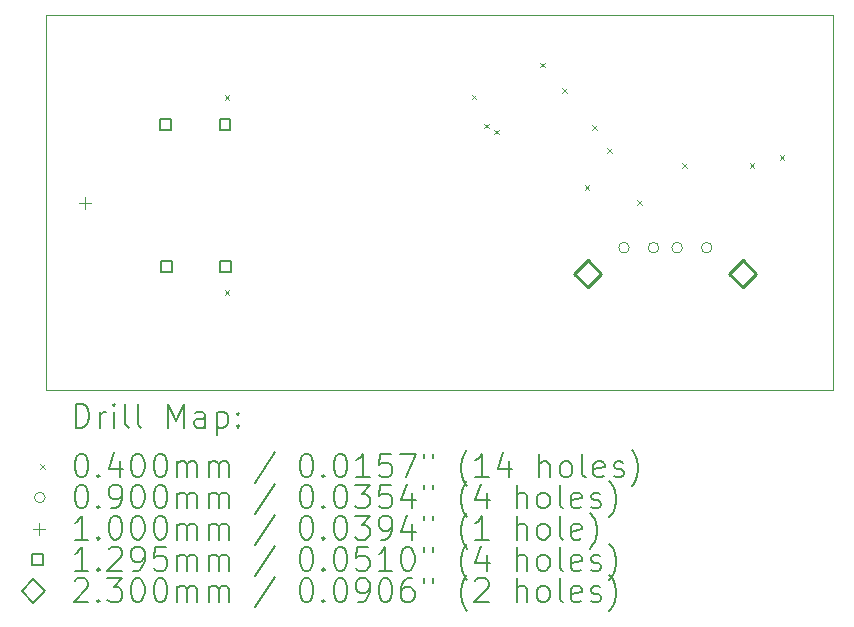
<source format=gbr>
%TF.GenerationSoftware,KiCad,Pcbnew,7.0.10*%
%TF.CreationDate,2024-02-21T14:32:48-05:00*%
%TF.ProjectId,main_buck_board,6d61696e-5f62-4756-936b-5f626f617264,rev?*%
%TF.SameCoordinates,Original*%
%TF.FileFunction,Drillmap*%
%TF.FilePolarity,Positive*%
%FSLAX45Y45*%
G04 Gerber Fmt 4.5, Leading zero omitted, Abs format (unit mm)*
G04 Created by KiCad (PCBNEW 7.0.10) date 2024-02-21 14:32:48*
%MOMM*%
%LPD*%
G01*
G04 APERTURE LIST*
%ADD10C,0.100000*%
%ADD11C,0.200000*%
%ADD12C,0.129540*%
%ADD13C,0.230000*%
G04 APERTURE END LIST*
D10*
X14339250Y-9398000D02*
X21006750Y-9398000D01*
X21006750Y-12573000D01*
X14339250Y-12573000D01*
X14339250Y-9398000D01*
D11*
D10*
X15855000Y-10076500D02*
X15895000Y-10116500D01*
X15895000Y-10076500D02*
X15855000Y-10116500D01*
X15855000Y-11727500D02*
X15895000Y-11767500D01*
X15895000Y-11727500D02*
X15855000Y-11767500D01*
X17944775Y-10070775D02*
X17984775Y-10110775D01*
X17984775Y-10070775D02*
X17944775Y-10110775D01*
X18053485Y-10315485D02*
X18093485Y-10355485D01*
X18093485Y-10315485D02*
X18053485Y-10355485D01*
X18136580Y-10367439D02*
X18176580Y-10407439D01*
X18176580Y-10367439D02*
X18136580Y-10407439D01*
X18525691Y-9798893D02*
X18565691Y-9838893D01*
X18565691Y-9798893D02*
X18525691Y-9838893D01*
X18712500Y-10013000D02*
X18752500Y-10053000D01*
X18752500Y-10013000D02*
X18712500Y-10053000D01*
X18903000Y-10838500D02*
X18943000Y-10878500D01*
X18943000Y-10838500D02*
X18903000Y-10878500D01*
X18966500Y-10330500D02*
X19006500Y-10370500D01*
X19006500Y-10330500D02*
X18966500Y-10370500D01*
X19093500Y-10521000D02*
X19133500Y-10561000D01*
X19133500Y-10521000D02*
X19093500Y-10561000D01*
X19347500Y-10965500D02*
X19387500Y-11005500D01*
X19387500Y-10965500D02*
X19347500Y-11005500D01*
X19728500Y-10648000D02*
X19768500Y-10688000D01*
X19768500Y-10648000D02*
X19728500Y-10688000D01*
X20300000Y-10648000D02*
X20340000Y-10688000D01*
X20340000Y-10648000D02*
X20300000Y-10688000D01*
X20554000Y-10584500D02*
X20594000Y-10624500D01*
X20594000Y-10584500D02*
X20554000Y-10624500D01*
X19280000Y-11366500D02*
G75*
G03*
X19190000Y-11366500I-45000J0D01*
G01*
X19190000Y-11366500D02*
G75*
G03*
X19280000Y-11366500I45000J0D01*
G01*
X19530000Y-11366500D02*
G75*
G03*
X19440000Y-11366500I-45000J0D01*
G01*
X19440000Y-11366500D02*
G75*
G03*
X19530000Y-11366500I45000J0D01*
G01*
X19730000Y-11366500D02*
G75*
G03*
X19640000Y-11366500I-45000J0D01*
G01*
X19640000Y-11366500D02*
G75*
G03*
X19730000Y-11366500I45000J0D01*
G01*
X19980000Y-11366500D02*
G75*
G03*
X19890000Y-11366500I-45000J0D01*
G01*
X19890000Y-11366500D02*
G75*
G03*
X19980000Y-11366500I45000J0D01*
G01*
X14668500Y-10935500D02*
X14668500Y-11035500D01*
X14618500Y-10985500D02*
X14718500Y-10985500D01*
D12*
X15402300Y-10372800D02*
X15402300Y-10281200D01*
X15310700Y-10281200D01*
X15310700Y-10372800D01*
X15402300Y-10372800D01*
X15407300Y-11570800D02*
X15407300Y-11479200D01*
X15315700Y-11479200D01*
X15315700Y-11570800D01*
X15407300Y-11570800D01*
X15902300Y-10372800D02*
X15902300Y-10281200D01*
X15810700Y-10281200D01*
X15810700Y-10372800D01*
X15902300Y-10372800D01*
X15907300Y-11570800D02*
X15907300Y-11479200D01*
X15815700Y-11479200D01*
X15815700Y-11570800D01*
X15907300Y-11570800D01*
D13*
X18928000Y-11701500D02*
X19043000Y-11586500D01*
X18928000Y-11471500D01*
X18813000Y-11586500D01*
X18928000Y-11701500D01*
X20242000Y-11701500D02*
X20357000Y-11586500D01*
X20242000Y-11471500D01*
X20127000Y-11586500D01*
X20242000Y-11701500D01*
D11*
X14595027Y-12889484D02*
X14595027Y-12689484D01*
X14595027Y-12689484D02*
X14642646Y-12689484D01*
X14642646Y-12689484D02*
X14671217Y-12699008D01*
X14671217Y-12699008D02*
X14690265Y-12718055D01*
X14690265Y-12718055D02*
X14699789Y-12737103D01*
X14699789Y-12737103D02*
X14709312Y-12775198D01*
X14709312Y-12775198D02*
X14709312Y-12803769D01*
X14709312Y-12803769D02*
X14699789Y-12841865D01*
X14699789Y-12841865D02*
X14690265Y-12860912D01*
X14690265Y-12860912D02*
X14671217Y-12879960D01*
X14671217Y-12879960D02*
X14642646Y-12889484D01*
X14642646Y-12889484D02*
X14595027Y-12889484D01*
X14795027Y-12889484D02*
X14795027Y-12756150D01*
X14795027Y-12794246D02*
X14804551Y-12775198D01*
X14804551Y-12775198D02*
X14814074Y-12765674D01*
X14814074Y-12765674D02*
X14833122Y-12756150D01*
X14833122Y-12756150D02*
X14852170Y-12756150D01*
X14918836Y-12889484D02*
X14918836Y-12756150D01*
X14918836Y-12689484D02*
X14909312Y-12699008D01*
X14909312Y-12699008D02*
X14918836Y-12708531D01*
X14918836Y-12708531D02*
X14928360Y-12699008D01*
X14928360Y-12699008D02*
X14918836Y-12689484D01*
X14918836Y-12689484D02*
X14918836Y-12708531D01*
X15042646Y-12889484D02*
X15023598Y-12879960D01*
X15023598Y-12879960D02*
X15014074Y-12860912D01*
X15014074Y-12860912D02*
X15014074Y-12689484D01*
X15147408Y-12889484D02*
X15128360Y-12879960D01*
X15128360Y-12879960D02*
X15118836Y-12860912D01*
X15118836Y-12860912D02*
X15118836Y-12689484D01*
X15375979Y-12889484D02*
X15375979Y-12689484D01*
X15375979Y-12689484D02*
X15442646Y-12832341D01*
X15442646Y-12832341D02*
X15509312Y-12689484D01*
X15509312Y-12689484D02*
X15509312Y-12889484D01*
X15690265Y-12889484D02*
X15690265Y-12784722D01*
X15690265Y-12784722D02*
X15680741Y-12765674D01*
X15680741Y-12765674D02*
X15661693Y-12756150D01*
X15661693Y-12756150D02*
X15623598Y-12756150D01*
X15623598Y-12756150D02*
X15604551Y-12765674D01*
X15690265Y-12879960D02*
X15671217Y-12889484D01*
X15671217Y-12889484D02*
X15623598Y-12889484D01*
X15623598Y-12889484D02*
X15604551Y-12879960D01*
X15604551Y-12879960D02*
X15595027Y-12860912D01*
X15595027Y-12860912D02*
X15595027Y-12841865D01*
X15595027Y-12841865D02*
X15604551Y-12822817D01*
X15604551Y-12822817D02*
X15623598Y-12813293D01*
X15623598Y-12813293D02*
X15671217Y-12813293D01*
X15671217Y-12813293D02*
X15690265Y-12803769D01*
X15785503Y-12756150D02*
X15785503Y-12956150D01*
X15785503Y-12765674D02*
X15804551Y-12756150D01*
X15804551Y-12756150D02*
X15842646Y-12756150D01*
X15842646Y-12756150D02*
X15861693Y-12765674D01*
X15861693Y-12765674D02*
X15871217Y-12775198D01*
X15871217Y-12775198D02*
X15880741Y-12794246D01*
X15880741Y-12794246D02*
X15880741Y-12851388D01*
X15880741Y-12851388D02*
X15871217Y-12870436D01*
X15871217Y-12870436D02*
X15861693Y-12879960D01*
X15861693Y-12879960D02*
X15842646Y-12889484D01*
X15842646Y-12889484D02*
X15804551Y-12889484D01*
X15804551Y-12889484D02*
X15785503Y-12879960D01*
X15966455Y-12870436D02*
X15975979Y-12879960D01*
X15975979Y-12879960D02*
X15966455Y-12889484D01*
X15966455Y-12889484D02*
X15956932Y-12879960D01*
X15956932Y-12879960D02*
X15966455Y-12870436D01*
X15966455Y-12870436D02*
X15966455Y-12889484D01*
X15966455Y-12765674D02*
X15975979Y-12775198D01*
X15975979Y-12775198D02*
X15966455Y-12784722D01*
X15966455Y-12784722D02*
X15956932Y-12775198D01*
X15956932Y-12775198D02*
X15966455Y-12765674D01*
X15966455Y-12765674D02*
X15966455Y-12784722D01*
D10*
X14294250Y-13198000D02*
X14334250Y-13238000D01*
X14334250Y-13198000D02*
X14294250Y-13238000D01*
D11*
X14633122Y-13109484D02*
X14652170Y-13109484D01*
X14652170Y-13109484D02*
X14671217Y-13119008D01*
X14671217Y-13119008D02*
X14680741Y-13128531D01*
X14680741Y-13128531D02*
X14690265Y-13147579D01*
X14690265Y-13147579D02*
X14699789Y-13185674D01*
X14699789Y-13185674D02*
X14699789Y-13233293D01*
X14699789Y-13233293D02*
X14690265Y-13271388D01*
X14690265Y-13271388D02*
X14680741Y-13290436D01*
X14680741Y-13290436D02*
X14671217Y-13299960D01*
X14671217Y-13299960D02*
X14652170Y-13309484D01*
X14652170Y-13309484D02*
X14633122Y-13309484D01*
X14633122Y-13309484D02*
X14614074Y-13299960D01*
X14614074Y-13299960D02*
X14604551Y-13290436D01*
X14604551Y-13290436D02*
X14595027Y-13271388D01*
X14595027Y-13271388D02*
X14585503Y-13233293D01*
X14585503Y-13233293D02*
X14585503Y-13185674D01*
X14585503Y-13185674D02*
X14595027Y-13147579D01*
X14595027Y-13147579D02*
X14604551Y-13128531D01*
X14604551Y-13128531D02*
X14614074Y-13119008D01*
X14614074Y-13119008D02*
X14633122Y-13109484D01*
X14785503Y-13290436D02*
X14795027Y-13299960D01*
X14795027Y-13299960D02*
X14785503Y-13309484D01*
X14785503Y-13309484D02*
X14775979Y-13299960D01*
X14775979Y-13299960D02*
X14785503Y-13290436D01*
X14785503Y-13290436D02*
X14785503Y-13309484D01*
X14966455Y-13176150D02*
X14966455Y-13309484D01*
X14918836Y-13099960D02*
X14871217Y-13242817D01*
X14871217Y-13242817D02*
X14995027Y-13242817D01*
X15109312Y-13109484D02*
X15128360Y-13109484D01*
X15128360Y-13109484D02*
X15147408Y-13119008D01*
X15147408Y-13119008D02*
X15156932Y-13128531D01*
X15156932Y-13128531D02*
X15166455Y-13147579D01*
X15166455Y-13147579D02*
X15175979Y-13185674D01*
X15175979Y-13185674D02*
X15175979Y-13233293D01*
X15175979Y-13233293D02*
X15166455Y-13271388D01*
X15166455Y-13271388D02*
X15156932Y-13290436D01*
X15156932Y-13290436D02*
X15147408Y-13299960D01*
X15147408Y-13299960D02*
X15128360Y-13309484D01*
X15128360Y-13309484D02*
X15109312Y-13309484D01*
X15109312Y-13309484D02*
X15090265Y-13299960D01*
X15090265Y-13299960D02*
X15080741Y-13290436D01*
X15080741Y-13290436D02*
X15071217Y-13271388D01*
X15071217Y-13271388D02*
X15061693Y-13233293D01*
X15061693Y-13233293D02*
X15061693Y-13185674D01*
X15061693Y-13185674D02*
X15071217Y-13147579D01*
X15071217Y-13147579D02*
X15080741Y-13128531D01*
X15080741Y-13128531D02*
X15090265Y-13119008D01*
X15090265Y-13119008D02*
X15109312Y-13109484D01*
X15299789Y-13109484D02*
X15318836Y-13109484D01*
X15318836Y-13109484D02*
X15337884Y-13119008D01*
X15337884Y-13119008D02*
X15347408Y-13128531D01*
X15347408Y-13128531D02*
X15356932Y-13147579D01*
X15356932Y-13147579D02*
X15366455Y-13185674D01*
X15366455Y-13185674D02*
X15366455Y-13233293D01*
X15366455Y-13233293D02*
X15356932Y-13271388D01*
X15356932Y-13271388D02*
X15347408Y-13290436D01*
X15347408Y-13290436D02*
X15337884Y-13299960D01*
X15337884Y-13299960D02*
X15318836Y-13309484D01*
X15318836Y-13309484D02*
X15299789Y-13309484D01*
X15299789Y-13309484D02*
X15280741Y-13299960D01*
X15280741Y-13299960D02*
X15271217Y-13290436D01*
X15271217Y-13290436D02*
X15261693Y-13271388D01*
X15261693Y-13271388D02*
X15252170Y-13233293D01*
X15252170Y-13233293D02*
X15252170Y-13185674D01*
X15252170Y-13185674D02*
X15261693Y-13147579D01*
X15261693Y-13147579D02*
X15271217Y-13128531D01*
X15271217Y-13128531D02*
X15280741Y-13119008D01*
X15280741Y-13119008D02*
X15299789Y-13109484D01*
X15452170Y-13309484D02*
X15452170Y-13176150D01*
X15452170Y-13195198D02*
X15461693Y-13185674D01*
X15461693Y-13185674D02*
X15480741Y-13176150D01*
X15480741Y-13176150D02*
X15509313Y-13176150D01*
X15509313Y-13176150D02*
X15528360Y-13185674D01*
X15528360Y-13185674D02*
X15537884Y-13204722D01*
X15537884Y-13204722D02*
X15537884Y-13309484D01*
X15537884Y-13204722D02*
X15547408Y-13185674D01*
X15547408Y-13185674D02*
X15566455Y-13176150D01*
X15566455Y-13176150D02*
X15595027Y-13176150D01*
X15595027Y-13176150D02*
X15614074Y-13185674D01*
X15614074Y-13185674D02*
X15623598Y-13204722D01*
X15623598Y-13204722D02*
X15623598Y-13309484D01*
X15718836Y-13309484D02*
X15718836Y-13176150D01*
X15718836Y-13195198D02*
X15728360Y-13185674D01*
X15728360Y-13185674D02*
X15747408Y-13176150D01*
X15747408Y-13176150D02*
X15775979Y-13176150D01*
X15775979Y-13176150D02*
X15795027Y-13185674D01*
X15795027Y-13185674D02*
X15804551Y-13204722D01*
X15804551Y-13204722D02*
X15804551Y-13309484D01*
X15804551Y-13204722D02*
X15814074Y-13185674D01*
X15814074Y-13185674D02*
X15833122Y-13176150D01*
X15833122Y-13176150D02*
X15861693Y-13176150D01*
X15861693Y-13176150D02*
X15880741Y-13185674D01*
X15880741Y-13185674D02*
X15890265Y-13204722D01*
X15890265Y-13204722D02*
X15890265Y-13309484D01*
X16280741Y-13099960D02*
X16109313Y-13357103D01*
X16537884Y-13109484D02*
X16556932Y-13109484D01*
X16556932Y-13109484D02*
X16575979Y-13119008D01*
X16575979Y-13119008D02*
X16585503Y-13128531D01*
X16585503Y-13128531D02*
X16595027Y-13147579D01*
X16595027Y-13147579D02*
X16604551Y-13185674D01*
X16604551Y-13185674D02*
X16604551Y-13233293D01*
X16604551Y-13233293D02*
X16595027Y-13271388D01*
X16595027Y-13271388D02*
X16585503Y-13290436D01*
X16585503Y-13290436D02*
X16575979Y-13299960D01*
X16575979Y-13299960D02*
X16556932Y-13309484D01*
X16556932Y-13309484D02*
X16537884Y-13309484D01*
X16537884Y-13309484D02*
X16518836Y-13299960D01*
X16518836Y-13299960D02*
X16509313Y-13290436D01*
X16509313Y-13290436D02*
X16499789Y-13271388D01*
X16499789Y-13271388D02*
X16490265Y-13233293D01*
X16490265Y-13233293D02*
X16490265Y-13185674D01*
X16490265Y-13185674D02*
X16499789Y-13147579D01*
X16499789Y-13147579D02*
X16509313Y-13128531D01*
X16509313Y-13128531D02*
X16518836Y-13119008D01*
X16518836Y-13119008D02*
X16537884Y-13109484D01*
X16690265Y-13290436D02*
X16699789Y-13299960D01*
X16699789Y-13299960D02*
X16690265Y-13309484D01*
X16690265Y-13309484D02*
X16680741Y-13299960D01*
X16680741Y-13299960D02*
X16690265Y-13290436D01*
X16690265Y-13290436D02*
X16690265Y-13309484D01*
X16823598Y-13109484D02*
X16842646Y-13109484D01*
X16842646Y-13109484D02*
X16861694Y-13119008D01*
X16861694Y-13119008D02*
X16871218Y-13128531D01*
X16871218Y-13128531D02*
X16880741Y-13147579D01*
X16880741Y-13147579D02*
X16890265Y-13185674D01*
X16890265Y-13185674D02*
X16890265Y-13233293D01*
X16890265Y-13233293D02*
X16880741Y-13271388D01*
X16880741Y-13271388D02*
X16871218Y-13290436D01*
X16871218Y-13290436D02*
X16861694Y-13299960D01*
X16861694Y-13299960D02*
X16842646Y-13309484D01*
X16842646Y-13309484D02*
X16823598Y-13309484D01*
X16823598Y-13309484D02*
X16804551Y-13299960D01*
X16804551Y-13299960D02*
X16795027Y-13290436D01*
X16795027Y-13290436D02*
X16785503Y-13271388D01*
X16785503Y-13271388D02*
X16775979Y-13233293D01*
X16775979Y-13233293D02*
X16775979Y-13185674D01*
X16775979Y-13185674D02*
X16785503Y-13147579D01*
X16785503Y-13147579D02*
X16795027Y-13128531D01*
X16795027Y-13128531D02*
X16804551Y-13119008D01*
X16804551Y-13119008D02*
X16823598Y-13109484D01*
X17080741Y-13309484D02*
X16966456Y-13309484D01*
X17023598Y-13309484D02*
X17023598Y-13109484D01*
X17023598Y-13109484D02*
X17004551Y-13138055D01*
X17004551Y-13138055D02*
X16985503Y-13157103D01*
X16985503Y-13157103D02*
X16966456Y-13166627D01*
X17261694Y-13109484D02*
X17166456Y-13109484D01*
X17166456Y-13109484D02*
X17156932Y-13204722D01*
X17156932Y-13204722D02*
X17166456Y-13195198D01*
X17166456Y-13195198D02*
X17185503Y-13185674D01*
X17185503Y-13185674D02*
X17233122Y-13185674D01*
X17233122Y-13185674D02*
X17252170Y-13195198D01*
X17252170Y-13195198D02*
X17261694Y-13204722D01*
X17261694Y-13204722D02*
X17271218Y-13223769D01*
X17271218Y-13223769D02*
X17271218Y-13271388D01*
X17271218Y-13271388D02*
X17261694Y-13290436D01*
X17261694Y-13290436D02*
X17252170Y-13299960D01*
X17252170Y-13299960D02*
X17233122Y-13309484D01*
X17233122Y-13309484D02*
X17185503Y-13309484D01*
X17185503Y-13309484D02*
X17166456Y-13299960D01*
X17166456Y-13299960D02*
X17156932Y-13290436D01*
X17337884Y-13109484D02*
X17471218Y-13109484D01*
X17471218Y-13109484D02*
X17385503Y-13309484D01*
X17537884Y-13109484D02*
X17537884Y-13147579D01*
X17614075Y-13109484D02*
X17614075Y-13147579D01*
X17909313Y-13385674D02*
X17899789Y-13376150D01*
X17899789Y-13376150D02*
X17880741Y-13347579D01*
X17880741Y-13347579D02*
X17871218Y-13328531D01*
X17871218Y-13328531D02*
X17861694Y-13299960D01*
X17861694Y-13299960D02*
X17852170Y-13252341D01*
X17852170Y-13252341D02*
X17852170Y-13214246D01*
X17852170Y-13214246D02*
X17861694Y-13166627D01*
X17861694Y-13166627D02*
X17871218Y-13138055D01*
X17871218Y-13138055D02*
X17880741Y-13119008D01*
X17880741Y-13119008D02*
X17899789Y-13090436D01*
X17899789Y-13090436D02*
X17909313Y-13080912D01*
X18090265Y-13309484D02*
X17975980Y-13309484D01*
X18033122Y-13309484D02*
X18033122Y-13109484D01*
X18033122Y-13109484D02*
X18014075Y-13138055D01*
X18014075Y-13138055D02*
X17995027Y-13157103D01*
X17995027Y-13157103D02*
X17975980Y-13166627D01*
X18261694Y-13176150D02*
X18261694Y-13309484D01*
X18214075Y-13099960D02*
X18166456Y-13242817D01*
X18166456Y-13242817D02*
X18290265Y-13242817D01*
X18518837Y-13309484D02*
X18518837Y-13109484D01*
X18604551Y-13309484D02*
X18604551Y-13204722D01*
X18604551Y-13204722D02*
X18595027Y-13185674D01*
X18595027Y-13185674D02*
X18575980Y-13176150D01*
X18575980Y-13176150D02*
X18547408Y-13176150D01*
X18547408Y-13176150D02*
X18528361Y-13185674D01*
X18528361Y-13185674D02*
X18518837Y-13195198D01*
X18728361Y-13309484D02*
X18709313Y-13299960D01*
X18709313Y-13299960D02*
X18699789Y-13290436D01*
X18699789Y-13290436D02*
X18690265Y-13271388D01*
X18690265Y-13271388D02*
X18690265Y-13214246D01*
X18690265Y-13214246D02*
X18699789Y-13195198D01*
X18699789Y-13195198D02*
X18709313Y-13185674D01*
X18709313Y-13185674D02*
X18728361Y-13176150D01*
X18728361Y-13176150D02*
X18756932Y-13176150D01*
X18756932Y-13176150D02*
X18775980Y-13185674D01*
X18775980Y-13185674D02*
X18785503Y-13195198D01*
X18785503Y-13195198D02*
X18795027Y-13214246D01*
X18795027Y-13214246D02*
X18795027Y-13271388D01*
X18795027Y-13271388D02*
X18785503Y-13290436D01*
X18785503Y-13290436D02*
X18775980Y-13299960D01*
X18775980Y-13299960D02*
X18756932Y-13309484D01*
X18756932Y-13309484D02*
X18728361Y-13309484D01*
X18909313Y-13309484D02*
X18890265Y-13299960D01*
X18890265Y-13299960D02*
X18880742Y-13280912D01*
X18880742Y-13280912D02*
X18880742Y-13109484D01*
X19061694Y-13299960D02*
X19042646Y-13309484D01*
X19042646Y-13309484D02*
X19004551Y-13309484D01*
X19004551Y-13309484D02*
X18985503Y-13299960D01*
X18985503Y-13299960D02*
X18975980Y-13280912D01*
X18975980Y-13280912D02*
X18975980Y-13204722D01*
X18975980Y-13204722D02*
X18985503Y-13185674D01*
X18985503Y-13185674D02*
X19004551Y-13176150D01*
X19004551Y-13176150D02*
X19042646Y-13176150D01*
X19042646Y-13176150D02*
X19061694Y-13185674D01*
X19061694Y-13185674D02*
X19071218Y-13204722D01*
X19071218Y-13204722D02*
X19071218Y-13223769D01*
X19071218Y-13223769D02*
X18975980Y-13242817D01*
X19147408Y-13299960D02*
X19166456Y-13309484D01*
X19166456Y-13309484D02*
X19204551Y-13309484D01*
X19204551Y-13309484D02*
X19223599Y-13299960D01*
X19223599Y-13299960D02*
X19233123Y-13280912D01*
X19233123Y-13280912D02*
X19233123Y-13271388D01*
X19233123Y-13271388D02*
X19223599Y-13252341D01*
X19223599Y-13252341D02*
X19204551Y-13242817D01*
X19204551Y-13242817D02*
X19175980Y-13242817D01*
X19175980Y-13242817D02*
X19156932Y-13233293D01*
X19156932Y-13233293D02*
X19147408Y-13214246D01*
X19147408Y-13214246D02*
X19147408Y-13204722D01*
X19147408Y-13204722D02*
X19156932Y-13185674D01*
X19156932Y-13185674D02*
X19175980Y-13176150D01*
X19175980Y-13176150D02*
X19204551Y-13176150D01*
X19204551Y-13176150D02*
X19223599Y-13185674D01*
X19299789Y-13385674D02*
X19309313Y-13376150D01*
X19309313Y-13376150D02*
X19328361Y-13347579D01*
X19328361Y-13347579D02*
X19337884Y-13328531D01*
X19337884Y-13328531D02*
X19347408Y-13299960D01*
X19347408Y-13299960D02*
X19356932Y-13252341D01*
X19356932Y-13252341D02*
X19356932Y-13214246D01*
X19356932Y-13214246D02*
X19347408Y-13166627D01*
X19347408Y-13166627D02*
X19337884Y-13138055D01*
X19337884Y-13138055D02*
X19328361Y-13119008D01*
X19328361Y-13119008D02*
X19309313Y-13090436D01*
X19309313Y-13090436D02*
X19299789Y-13080912D01*
D10*
X14334250Y-13482000D02*
G75*
G03*
X14244250Y-13482000I-45000J0D01*
G01*
X14244250Y-13482000D02*
G75*
G03*
X14334250Y-13482000I45000J0D01*
G01*
D11*
X14633122Y-13373484D02*
X14652170Y-13373484D01*
X14652170Y-13373484D02*
X14671217Y-13383008D01*
X14671217Y-13383008D02*
X14680741Y-13392531D01*
X14680741Y-13392531D02*
X14690265Y-13411579D01*
X14690265Y-13411579D02*
X14699789Y-13449674D01*
X14699789Y-13449674D02*
X14699789Y-13497293D01*
X14699789Y-13497293D02*
X14690265Y-13535388D01*
X14690265Y-13535388D02*
X14680741Y-13554436D01*
X14680741Y-13554436D02*
X14671217Y-13563960D01*
X14671217Y-13563960D02*
X14652170Y-13573484D01*
X14652170Y-13573484D02*
X14633122Y-13573484D01*
X14633122Y-13573484D02*
X14614074Y-13563960D01*
X14614074Y-13563960D02*
X14604551Y-13554436D01*
X14604551Y-13554436D02*
X14595027Y-13535388D01*
X14595027Y-13535388D02*
X14585503Y-13497293D01*
X14585503Y-13497293D02*
X14585503Y-13449674D01*
X14585503Y-13449674D02*
X14595027Y-13411579D01*
X14595027Y-13411579D02*
X14604551Y-13392531D01*
X14604551Y-13392531D02*
X14614074Y-13383008D01*
X14614074Y-13383008D02*
X14633122Y-13373484D01*
X14785503Y-13554436D02*
X14795027Y-13563960D01*
X14795027Y-13563960D02*
X14785503Y-13573484D01*
X14785503Y-13573484D02*
X14775979Y-13563960D01*
X14775979Y-13563960D02*
X14785503Y-13554436D01*
X14785503Y-13554436D02*
X14785503Y-13573484D01*
X14890265Y-13573484D02*
X14928360Y-13573484D01*
X14928360Y-13573484D02*
X14947408Y-13563960D01*
X14947408Y-13563960D02*
X14956932Y-13554436D01*
X14956932Y-13554436D02*
X14975979Y-13525865D01*
X14975979Y-13525865D02*
X14985503Y-13487769D01*
X14985503Y-13487769D02*
X14985503Y-13411579D01*
X14985503Y-13411579D02*
X14975979Y-13392531D01*
X14975979Y-13392531D02*
X14966455Y-13383008D01*
X14966455Y-13383008D02*
X14947408Y-13373484D01*
X14947408Y-13373484D02*
X14909312Y-13373484D01*
X14909312Y-13373484D02*
X14890265Y-13383008D01*
X14890265Y-13383008D02*
X14880741Y-13392531D01*
X14880741Y-13392531D02*
X14871217Y-13411579D01*
X14871217Y-13411579D02*
X14871217Y-13459198D01*
X14871217Y-13459198D02*
X14880741Y-13478246D01*
X14880741Y-13478246D02*
X14890265Y-13487769D01*
X14890265Y-13487769D02*
X14909312Y-13497293D01*
X14909312Y-13497293D02*
X14947408Y-13497293D01*
X14947408Y-13497293D02*
X14966455Y-13487769D01*
X14966455Y-13487769D02*
X14975979Y-13478246D01*
X14975979Y-13478246D02*
X14985503Y-13459198D01*
X15109312Y-13373484D02*
X15128360Y-13373484D01*
X15128360Y-13373484D02*
X15147408Y-13383008D01*
X15147408Y-13383008D02*
X15156932Y-13392531D01*
X15156932Y-13392531D02*
X15166455Y-13411579D01*
X15166455Y-13411579D02*
X15175979Y-13449674D01*
X15175979Y-13449674D02*
X15175979Y-13497293D01*
X15175979Y-13497293D02*
X15166455Y-13535388D01*
X15166455Y-13535388D02*
X15156932Y-13554436D01*
X15156932Y-13554436D02*
X15147408Y-13563960D01*
X15147408Y-13563960D02*
X15128360Y-13573484D01*
X15128360Y-13573484D02*
X15109312Y-13573484D01*
X15109312Y-13573484D02*
X15090265Y-13563960D01*
X15090265Y-13563960D02*
X15080741Y-13554436D01*
X15080741Y-13554436D02*
X15071217Y-13535388D01*
X15071217Y-13535388D02*
X15061693Y-13497293D01*
X15061693Y-13497293D02*
X15061693Y-13449674D01*
X15061693Y-13449674D02*
X15071217Y-13411579D01*
X15071217Y-13411579D02*
X15080741Y-13392531D01*
X15080741Y-13392531D02*
X15090265Y-13383008D01*
X15090265Y-13383008D02*
X15109312Y-13373484D01*
X15299789Y-13373484D02*
X15318836Y-13373484D01*
X15318836Y-13373484D02*
X15337884Y-13383008D01*
X15337884Y-13383008D02*
X15347408Y-13392531D01*
X15347408Y-13392531D02*
X15356932Y-13411579D01*
X15356932Y-13411579D02*
X15366455Y-13449674D01*
X15366455Y-13449674D02*
X15366455Y-13497293D01*
X15366455Y-13497293D02*
X15356932Y-13535388D01*
X15356932Y-13535388D02*
X15347408Y-13554436D01*
X15347408Y-13554436D02*
X15337884Y-13563960D01*
X15337884Y-13563960D02*
X15318836Y-13573484D01*
X15318836Y-13573484D02*
X15299789Y-13573484D01*
X15299789Y-13573484D02*
X15280741Y-13563960D01*
X15280741Y-13563960D02*
X15271217Y-13554436D01*
X15271217Y-13554436D02*
X15261693Y-13535388D01*
X15261693Y-13535388D02*
X15252170Y-13497293D01*
X15252170Y-13497293D02*
X15252170Y-13449674D01*
X15252170Y-13449674D02*
X15261693Y-13411579D01*
X15261693Y-13411579D02*
X15271217Y-13392531D01*
X15271217Y-13392531D02*
X15280741Y-13383008D01*
X15280741Y-13383008D02*
X15299789Y-13373484D01*
X15452170Y-13573484D02*
X15452170Y-13440150D01*
X15452170Y-13459198D02*
X15461693Y-13449674D01*
X15461693Y-13449674D02*
X15480741Y-13440150D01*
X15480741Y-13440150D02*
X15509313Y-13440150D01*
X15509313Y-13440150D02*
X15528360Y-13449674D01*
X15528360Y-13449674D02*
X15537884Y-13468722D01*
X15537884Y-13468722D02*
X15537884Y-13573484D01*
X15537884Y-13468722D02*
X15547408Y-13449674D01*
X15547408Y-13449674D02*
X15566455Y-13440150D01*
X15566455Y-13440150D02*
X15595027Y-13440150D01*
X15595027Y-13440150D02*
X15614074Y-13449674D01*
X15614074Y-13449674D02*
X15623598Y-13468722D01*
X15623598Y-13468722D02*
X15623598Y-13573484D01*
X15718836Y-13573484D02*
X15718836Y-13440150D01*
X15718836Y-13459198D02*
X15728360Y-13449674D01*
X15728360Y-13449674D02*
X15747408Y-13440150D01*
X15747408Y-13440150D02*
X15775979Y-13440150D01*
X15775979Y-13440150D02*
X15795027Y-13449674D01*
X15795027Y-13449674D02*
X15804551Y-13468722D01*
X15804551Y-13468722D02*
X15804551Y-13573484D01*
X15804551Y-13468722D02*
X15814074Y-13449674D01*
X15814074Y-13449674D02*
X15833122Y-13440150D01*
X15833122Y-13440150D02*
X15861693Y-13440150D01*
X15861693Y-13440150D02*
X15880741Y-13449674D01*
X15880741Y-13449674D02*
X15890265Y-13468722D01*
X15890265Y-13468722D02*
X15890265Y-13573484D01*
X16280741Y-13363960D02*
X16109313Y-13621103D01*
X16537884Y-13373484D02*
X16556932Y-13373484D01*
X16556932Y-13373484D02*
X16575979Y-13383008D01*
X16575979Y-13383008D02*
X16585503Y-13392531D01*
X16585503Y-13392531D02*
X16595027Y-13411579D01*
X16595027Y-13411579D02*
X16604551Y-13449674D01*
X16604551Y-13449674D02*
X16604551Y-13497293D01*
X16604551Y-13497293D02*
X16595027Y-13535388D01*
X16595027Y-13535388D02*
X16585503Y-13554436D01*
X16585503Y-13554436D02*
X16575979Y-13563960D01*
X16575979Y-13563960D02*
X16556932Y-13573484D01*
X16556932Y-13573484D02*
X16537884Y-13573484D01*
X16537884Y-13573484D02*
X16518836Y-13563960D01*
X16518836Y-13563960D02*
X16509313Y-13554436D01*
X16509313Y-13554436D02*
X16499789Y-13535388D01*
X16499789Y-13535388D02*
X16490265Y-13497293D01*
X16490265Y-13497293D02*
X16490265Y-13449674D01*
X16490265Y-13449674D02*
X16499789Y-13411579D01*
X16499789Y-13411579D02*
X16509313Y-13392531D01*
X16509313Y-13392531D02*
X16518836Y-13383008D01*
X16518836Y-13383008D02*
X16537884Y-13373484D01*
X16690265Y-13554436D02*
X16699789Y-13563960D01*
X16699789Y-13563960D02*
X16690265Y-13573484D01*
X16690265Y-13573484D02*
X16680741Y-13563960D01*
X16680741Y-13563960D02*
X16690265Y-13554436D01*
X16690265Y-13554436D02*
X16690265Y-13573484D01*
X16823598Y-13373484D02*
X16842646Y-13373484D01*
X16842646Y-13373484D02*
X16861694Y-13383008D01*
X16861694Y-13383008D02*
X16871218Y-13392531D01*
X16871218Y-13392531D02*
X16880741Y-13411579D01*
X16880741Y-13411579D02*
X16890265Y-13449674D01*
X16890265Y-13449674D02*
X16890265Y-13497293D01*
X16890265Y-13497293D02*
X16880741Y-13535388D01*
X16880741Y-13535388D02*
X16871218Y-13554436D01*
X16871218Y-13554436D02*
X16861694Y-13563960D01*
X16861694Y-13563960D02*
X16842646Y-13573484D01*
X16842646Y-13573484D02*
X16823598Y-13573484D01*
X16823598Y-13573484D02*
X16804551Y-13563960D01*
X16804551Y-13563960D02*
X16795027Y-13554436D01*
X16795027Y-13554436D02*
X16785503Y-13535388D01*
X16785503Y-13535388D02*
X16775979Y-13497293D01*
X16775979Y-13497293D02*
X16775979Y-13449674D01*
X16775979Y-13449674D02*
X16785503Y-13411579D01*
X16785503Y-13411579D02*
X16795027Y-13392531D01*
X16795027Y-13392531D02*
X16804551Y-13383008D01*
X16804551Y-13383008D02*
X16823598Y-13373484D01*
X16956932Y-13373484D02*
X17080741Y-13373484D01*
X17080741Y-13373484D02*
X17014075Y-13449674D01*
X17014075Y-13449674D02*
X17042646Y-13449674D01*
X17042646Y-13449674D02*
X17061694Y-13459198D01*
X17061694Y-13459198D02*
X17071218Y-13468722D01*
X17071218Y-13468722D02*
X17080741Y-13487769D01*
X17080741Y-13487769D02*
X17080741Y-13535388D01*
X17080741Y-13535388D02*
X17071218Y-13554436D01*
X17071218Y-13554436D02*
X17061694Y-13563960D01*
X17061694Y-13563960D02*
X17042646Y-13573484D01*
X17042646Y-13573484D02*
X16985503Y-13573484D01*
X16985503Y-13573484D02*
X16966456Y-13563960D01*
X16966456Y-13563960D02*
X16956932Y-13554436D01*
X17261694Y-13373484D02*
X17166456Y-13373484D01*
X17166456Y-13373484D02*
X17156932Y-13468722D01*
X17156932Y-13468722D02*
X17166456Y-13459198D01*
X17166456Y-13459198D02*
X17185503Y-13449674D01*
X17185503Y-13449674D02*
X17233122Y-13449674D01*
X17233122Y-13449674D02*
X17252170Y-13459198D01*
X17252170Y-13459198D02*
X17261694Y-13468722D01*
X17261694Y-13468722D02*
X17271218Y-13487769D01*
X17271218Y-13487769D02*
X17271218Y-13535388D01*
X17271218Y-13535388D02*
X17261694Y-13554436D01*
X17261694Y-13554436D02*
X17252170Y-13563960D01*
X17252170Y-13563960D02*
X17233122Y-13573484D01*
X17233122Y-13573484D02*
X17185503Y-13573484D01*
X17185503Y-13573484D02*
X17166456Y-13563960D01*
X17166456Y-13563960D02*
X17156932Y-13554436D01*
X17442646Y-13440150D02*
X17442646Y-13573484D01*
X17395027Y-13363960D02*
X17347408Y-13506817D01*
X17347408Y-13506817D02*
X17471218Y-13506817D01*
X17537884Y-13373484D02*
X17537884Y-13411579D01*
X17614075Y-13373484D02*
X17614075Y-13411579D01*
X17909313Y-13649674D02*
X17899789Y-13640150D01*
X17899789Y-13640150D02*
X17880741Y-13611579D01*
X17880741Y-13611579D02*
X17871218Y-13592531D01*
X17871218Y-13592531D02*
X17861694Y-13563960D01*
X17861694Y-13563960D02*
X17852170Y-13516341D01*
X17852170Y-13516341D02*
X17852170Y-13478246D01*
X17852170Y-13478246D02*
X17861694Y-13430627D01*
X17861694Y-13430627D02*
X17871218Y-13402055D01*
X17871218Y-13402055D02*
X17880741Y-13383008D01*
X17880741Y-13383008D02*
X17899789Y-13354436D01*
X17899789Y-13354436D02*
X17909313Y-13344912D01*
X18071218Y-13440150D02*
X18071218Y-13573484D01*
X18023599Y-13363960D02*
X17975980Y-13506817D01*
X17975980Y-13506817D02*
X18099789Y-13506817D01*
X18328361Y-13573484D02*
X18328361Y-13373484D01*
X18414075Y-13573484D02*
X18414075Y-13468722D01*
X18414075Y-13468722D02*
X18404551Y-13449674D01*
X18404551Y-13449674D02*
X18385503Y-13440150D01*
X18385503Y-13440150D02*
X18356932Y-13440150D01*
X18356932Y-13440150D02*
X18337884Y-13449674D01*
X18337884Y-13449674D02*
X18328361Y-13459198D01*
X18537884Y-13573484D02*
X18518837Y-13563960D01*
X18518837Y-13563960D02*
X18509313Y-13554436D01*
X18509313Y-13554436D02*
X18499789Y-13535388D01*
X18499789Y-13535388D02*
X18499789Y-13478246D01*
X18499789Y-13478246D02*
X18509313Y-13459198D01*
X18509313Y-13459198D02*
X18518837Y-13449674D01*
X18518837Y-13449674D02*
X18537884Y-13440150D01*
X18537884Y-13440150D02*
X18566456Y-13440150D01*
X18566456Y-13440150D02*
X18585503Y-13449674D01*
X18585503Y-13449674D02*
X18595027Y-13459198D01*
X18595027Y-13459198D02*
X18604551Y-13478246D01*
X18604551Y-13478246D02*
X18604551Y-13535388D01*
X18604551Y-13535388D02*
X18595027Y-13554436D01*
X18595027Y-13554436D02*
X18585503Y-13563960D01*
X18585503Y-13563960D02*
X18566456Y-13573484D01*
X18566456Y-13573484D02*
X18537884Y-13573484D01*
X18718837Y-13573484D02*
X18699789Y-13563960D01*
X18699789Y-13563960D02*
X18690265Y-13544912D01*
X18690265Y-13544912D02*
X18690265Y-13373484D01*
X18871218Y-13563960D02*
X18852170Y-13573484D01*
X18852170Y-13573484D02*
X18814075Y-13573484D01*
X18814075Y-13573484D02*
X18795027Y-13563960D01*
X18795027Y-13563960D02*
X18785503Y-13544912D01*
X18785503Y-13544912D02*
X18785503Y-13468722D01*
X18785503Y-13468722D02*
X18795027Y-13449674D01*
X18795027Y-13449674D02*
X18814075Y-13440150D01*
X18814075Y-13440150D02*
X18852170Y-13440150D01*
X18852170Y-13440150D02*
X18871218Y-13449674D01*
X18871218Y-13449674D02*
X18880742Y-13468722D01*
X18880742Y-13468722D02*
X18880742Y-13487769D01*
X18880742Y-13487769D02*
X18785503Y-13506817D01*
X18956932Y-13563960D02*
X18975980Y-13573484D01*
X18975980Y-13573484D02*
X19014075Y-13573484D01*
X19014075Y-13573484D02*
X19033123Y-13563960D01*
X19033123Y-13563960D02*
X19042646Y-13544912D01*
X19042646Y-13544912D02*
X19042646Y-13535388D01*
X19042646Y-13535388D02*
X19033123Y-13516341D01*
X19033123Y-13516341D02*
X19014075Y-13506817D01*
X19014075Y-13506817D02*
X18985503Y-13506817D01*
X18985503Y-13506817D02*
X18966456Y-13497293D01*
X18966456Y-13497293D02*
X18956932Y-13478246D01*
X18956932Y-13478246D02*
X18956932Y-13468722D01*
X18956932Y-13468722D02*
X18966456Y-13449674D01*
X18966456Y-13449674D02*
X18985503Y-13440150D01*
X18985503Y-13440150D02*
X19014075Y-13440150D01*
X19014075Y-13440150D02*
X19033123Y-13449674D01*
X19109313Y-13649674D02*
X19118837Y-13640150D01*
X19118837Y-13640150D02*
X19137884Y-13611579D01*
X19137884Y-13611579D02*
X19147408Y-13592531D01*
X19147408Y-13592531D02*
X19156932Y-13563960D01*
X19156932Y-13563960D02*
X19166456Y-13516341D01*
X19166456Y-13516341D02*
X19166456Y-13478246D01*
X19166456Y-13478246D02*
X19156932Y-13430627D01*
X19156932Y-13430627D02*
X19147408Y-13402055D01*
X19147408Y-13402055D02*
X19137884Y-13383008D01*
X19137884Y-13383008D02*
X19118837Y-13354436D01*
X19118837Y-13354436D02*
X19109313Y-13344912D01*
D10*
X14284250Y-13696000D02*
X14284250Y-13796000D01*
X14234250Y-13746000D02*
X14334250Y-13746000D01*
D11*
X14699789Y-13837484D02*
X14585503Y-13837484D01*
X14642646Y-13837484D02*
X14642646Y-13637484D01*
X14642646Y-13637484D02*
X14623598Y-13666055D01*
X14623598Y-13666055D02*
X14604551Y-13685103D01*
X14604551Y-13685103D02*
X14585503Y-13694627D01*
X14785503Y-13818436D02*
X14795027Y-13827960D01*
X14795027Y-13827960D02*
X14785503Y-13837484D01*
X14785503Y-13837484D02*
X14775979Y-13827960D01*
X14775979Y-13827960D02*
X14785503Y-13818436D01*
X14785503Y-13818436D02*
X14785503Y-13837484D01*
X14918836Y-13637484D02*
X14937884Y-13637484D01*
X14937884Y-13637484D02*
X14956932Y-13647008D01*
X14956932Y-13647008D02*
X14966455Y-13656531D01*
X14966455Y-13656531D02*
X14975979Y-13675579D01*
X14975979Y-13675579D02*
X14985503Y-13713674D01*
X14985503Y-13713674D02*
X14985503Y-13761293D01*
X14985503Y-13761293D02*
X14975979Y-13799388D01*
X14975979Y-13799388D02*
X14966455Y-13818436D01*
X14966455Y-13818436D02*
X14956932Y-13827960D01*
X14956932Y-13827960D02*
X14937884Y-13837484D01*
X14937884Y-13837484D02*
X14918836Y-13837484D01*
X14918836Y-13837484D02*
X14899789Y-13827960D01*
X14899789Y-13827960D02*
X14890265Y-13818436D01*
X14890265Y-13818436D02*
X14880741Y-13799388D01*
X14880741Y-13799388D02*
X14871217Y-13761293D01*
X14871217Y-13761293D02*
X14871217Y-13713674D01*
X14871217Y-13713674D02*
X14880741Y-13675579D01*
X14880741Y-13675579D02*
X14890265Y-13656531D01*
X14890265Y-13656531D02*
X14899789Y-13647008D01*
X14899789Y-13647008D02*
X14918836Y-13637484D01*
X15109312Y-13637484D02*
X15128360Y-13637484D01*
X15128360Y-13637484D02*
X15147408Y-13647008D01*
X15147408Y-13647008D02*
X15156932Y-13656531D01*
X15156932Y-13656531D02*
X15166455Y-13675579D01*
X15166455Y-13675579D02*
X15175979Y-13713674D01*
X15175979Y-13713674D02*
X15175979Y-13761293D01*
X15175979Y-13761293D02*
X15166455Y-13799388D01*
X15166455Y-13799388D02*
X15156932Y-13818436D01*
X15156932Y-13818436D02*
X15147408Y-13827960D01*
X15147408Y-13827960D02*
X15128360Y-13837484D01*
X15128360Y-13837484D02*
X15109312Y-13837484D01*
X15109312Y-13837484D02*
X15090265Y-13827960D01*
X15090265Y-13827960D02*
X15080741Y-13818436D01*
X15080741Y-13818436D02*
X15071217Y-13799388D01*
X15071217Y-13799388D02*
X15061693Y-13761293D01*
X15061693Y-13761293D02*
X15061693Y-13713674D01*
X15061693Y-13713674D02*
X15071217Y-13675579D01*
X15071217Y-13675579D02*
X15080741Y-13656531D01*
X15080741Y-13656531D02*
X15090265Y-13647008D01*
X15090265Y-13647008D02*
X15109312Y-13637484D01*
X15299789Y-13637484D02*
X15318836Y-13637484D01*
X15318836Y-13637484D02*
X15337884Y-13647008D01*
X15337884Y-13647008D02*
X15347408Y-13656531D01*
X15347408Y-13656531D02*
X15356932Y-13675579D01*
X15356932Y-13675579D02*
X15366455Y-13713674D01*
X15366455Y-13713674D02*
X15366455Y-13761293D01*
X15366455Y-13761293D02*
X15356932Y-13799388D01*
X15356932Y-13799388D02*
X15347408Y-13818436D01*
X15347408Y-13818436D02*
X15337884Y-13827960D01*
X15337884Y-13827960D02*
X15318836Y-13837484D01*
X15318836Y-13837484D02*
X15299789Y-13837484D01*
X15299789Y-13837484D02*
X15280741Y-13827960D01*
X15280741Y-13827960D02*
X15271217Y-13818436D01*
X15271217Y-13818436D02*
X15261693Y-13799388D01*
X15261693Y-13799388D02*
X15252170Y-13761293D01*
X15252170Y-13761293D02*
X15252170Y-13713674D01*
X15252170Y-13713674D02*
X15261693Y-13675579D01*
X15261693Y-13675579D02*
X15271217Y-13656531D01*
X15271217Y-13656531D02*
X15280741Y-13647008D01*
X15280741Y-13647008D02*
X15299789Y-13637484D01*
X15452170Y-13837484D02*
X15452170Y-13704150D01*
X15452170Y-13723198D02*
X15461693Y-13713674D01*
X15461693Y-13713674D02*
X15480741Y-13704150D01*
X15480741Y-13704150D02*
X15509313Y-13704150D01*
X15509313Y-13704150D02*
X15528360Y-13713674D01*
X15528360Y-13713674D02*
X15537884Y-13732722D01*
X15537884Y-13732722D02*
X15537884Y-13837484D01*
X15537884Y-13732722D02*
X15547408Y-13713674D01*
X15547408Y-13713674D02*
X15566455Y-13704150D01*
X15566455Y-13704150D02*
X15595027Y-13704150D01*
X15595027Y-13704150D02*
X15614074Y-13713674D01*
X15614074Y-13713674D02*
X15623598Y-13732722D01*
X15623598Y-13732722D02*
X15623598Y-13837484D01*
X15718836Y-13837484D02*
X15718836Y-13704150D01*
X15718836Y-13723198D02*
X15728360Y-13713674D01*
X15728360Y-13713674D02*
X15747408Y-13704150D01*
X15747408Y-13704150D02*
X15775979Y-13704150D01*
X15775979Y-13704150D02*
X15795027Y-13713674D01*
X15795027Y-13713674D02*
X15804551Y-13732722D01*
X15804551Y-13732722D02*
X15804551Y-13837484D01*
X15804551Y-13732722D02*
X15814074Y-13713674D01*
X15814074Y-13713674D02*
X15833122Y-13704150D01*
X15833122Y-13704150D02*
X15861693Y-13704150D01*
X15861693Y-13704150D02*
X15880741Y-13713674D01*
X15880741Y-13713674D02*
X15890265Y-13732722D01*
X15890265Y-13732722D02*
X15890265Y-13837484D01*
X16280741Y-13627960D02*
X16109313Y-13885103D01*
X16537884Y-13637484D02*
X16556932Y-13637484D01*
X16556932Y-13637484D02*
X16575979Y-13647008D01*
X16575979Y-13647008D02*
X16585503Y-13656531D01*
X16585503Y-13656531D02*
X16595027Y-13675579D01*
X16595027Y-13675579D02*
X16604551Y-13713674D01*
X16604551Y-13713674D02*
X16604551Y-13761293D01*
X16604551Y-13761293D02*
X16595027Y-13799388D01*
X16595027Y-13799388D02*
X16585503Y-13818436D01*
X16585503Y-13818436D02*
X16575979Y-13827960D01*
X16575979Y-13827960D02*
X16556932Y-13837484D01*
X16556932Y-13837484D02*
X16537884Y-13837484D01*
X16537884Y-13837484D02*
X16518836Y-13827960D01*
X16518836Y-13827960D02*
X16509313Y-13818436D01*
X16509313Y-13818436D02*
X16499789Y-13799388D01*
X16499789Y-13799388D02*
X16490265Y-13761293D01*
X16490265Y-13761293D02*
X16490265Y-13713674D01*
X16490265Y-13713674D02*
X16499789Y-13675579D01*
X16499789Y-13675579D02*
X16509313Y-13656531D01*
X16509313Y-13656531D02*
X16518836Y-13647008D01*
X16518836Y-13647008D02*
X16537884Y-13637484D01*
X16690265Y-13818436D02*
X16699789Y-13827960D01*
X16699789Y-13827960D02*
X16690265Y-13837484D01*
X16690265Y-13837484D02*
X16680741Y-13827960D01*
X16680741Y-13827960D02*
X16690265Y-13818436D01*
X16690265Y-13818436D02*
X16690265Y-13837484D01*
X16823598Y-13637484D02*
X16842646Y-13637484D01*
X16842646Y-13637484D02*
X16861694Y-13647008D01*
X16861694Y-13647008D02*
X16871218Y-13656531D01*
X16871218Y-13656531D02*
X16880741Y-13675579D01*
X16880741Y-13675579D02*
X16890265Y-13713674D01*
X16890265Y-13713674D02*
X16890265Y-13761293D01*
X16890265Y-13761293D02*
X16880741Y-13799388D01*
X16880741Y-13799388D02*
X16871218Y-13818436D01*
X16871218Y-13818436D02*
X16861694Y-13827960D01*
X16861694Y-13827960D02*
X16842646Y-13837484D01*
X16842646Y-13837484D02*
X16823598Y-13837484D01*
X16823598Y-13837484D02*
X16804551Y-13827960D01*
X16804551Y-13827960D02*
X16795027Y-13818436D01*
X16795027Y-13818436D02*
X16785503Y-13799388D01*
X16785503Y-13799388D02*
X16775979Y-13761293D01*
X16775979Y-13761293D02*
X16775979Y-13713674D01*
X16775979Y-13713674D02*
X16785503Y-13675579D01*
X16785503Y-13675579D02*
X16795027Y-13656531D01*
X16795027Y-13656531D02*
X16804551Y-13647008D01*
X16804551Y-13647008D02*
X16823598Y-13637484D01*
X16956932Y-13637484D02*
X17080741Y-13637484D01*
X17080741Y-13637484D02*
X17014075Y-13713674D01*
X17014075Y-13713674D02*
X17042646Y-13713674D01*
X17042646Y-13713674D02*
X17061694Y-13723198D01*
X17061694Y-13723198D02*
X17071218Y-13732722D01*
X17071218Y-13732722D02*
X17080741Y-13751769D01*
X17080741Y-13751769D02*
X17080741Y-13799388D01*
X17080741Y-13799388D02*
X17071218Y-13818436D01*
X17071218Y-13818436D02*
X17061694Y-13827960D01*
X17061694Y-13827960D02*
X17042646Y-13837484D01*
X17042646Y-13837484D02*
X16985503Y-13837484D01*
X16985503Y-13837484D02*
X16966456Y-13827960D01*
X16966456Y-13827960D02*
X16956932Y-13818436D01*
X17175979Y-13837484D02*
X17214075Y-13837484D01*
X17214075Y-13837484D02*
X17233122Y-13827960D01*
X17233122Y-13827960D02*
X17242646Y-13818436D01*
X17242646Y-13818436D02*
X17261694Y-13789865D01*
X17261694Y-13789865D02*
X17271218Y-13751769D01*
X17271218Y-13751769D02*
X17271218Y-13675579D01*
X17271218Y-13675579D02*
X17261694Y-13656531D01*
X17261694Y-13656531D02*
X17252170Y-13647008D01*
X17252170Y-13647008D02*
X17233122Y-13637484D01*
X17233122Y-13637484D02*
X17195027Y-13637484D01*
X17195027Y-13637484D02*
X17175979Y-13647008D01*
X17175979Y-13647008D02*
X17166456Y-13656531D01*
X17166456Y-13656531D02*
X17156932Y-13675579D01*
X17156932Y-13675579D02*
X17156932Y-13723198D01*
X17156932Y-13723198D02*
X17166456Y-13742246D01*
X17166456Y-13742246D02*
X17175979Y-13751769D01*
X17175979Y-13751769D02*
X17195027Y-13761293D01*
X17195027Y-13761293D02*
X17233122Y-13761293D01*
X17233122Y-13761293D02*
X17252170Y-13751769D01*
X17252170Y-13751769D02*
X17261694Y-13742246D01*
X17261694Y-13742246D02*
X17271218Y-13723198D01*
X17442646Y-13704150D02*
X17442646Y-13837484D01*
X17395027Y-13627960D02*
X17347408Y-13770817D01*
X17347408Y-13770817D02*
X17471218Y-13770817D01*
X17537884Y-13637484D02*
X17537884Y-13675579D01*
X17614075Y-13637484D02*
X17614075Y-13675579D01*
X17909313Y-13913674D02*
X17899789Y-13904150D01*
X17899789Y-13904150D02*
X17880741Y-13875579D01*
X17880741Y-13875579D02*
X17871218Y-13856531D01*
X17871218Y-13856531D02*
X17861694Y-13827960D01*
X17861694Y-13827960D02*
X17852170Y-13780341D01*
X17852170Y-13780341D02*
X17852170Y-13742246D01*
X17852170Y-13742246D02*
X17861694Y-13694627D01*
X17861694Y-13694627D02*
X17871218Y-13666055D01*
X17871218Y-13666055D02*
X17880741Y-13647008D01*
X17880741Y-13647008D02*
X17899789Y-13618436D01*
X17899789Y-13618436D02*
X17909313Y-13608912D01*
X18090265Y-13837484D02*
X17975980Y-13837484D01*
X18033122Y-13837484D02*
X18033122Y-13637484D01*
X18033122Y-13637484D02*
X18014075Y-13666055D01*
X18014075Y-13666055D02*
X17995027Y-13685103D01*
X17995027Y-13685103D02*
X17975980Y-13694627D01*
X18328361Y-13837484D02*
X18328361Y-13637484D01*
X18414075Y-13837484D02*
X18414075Y-13732722D01*
X18414075Y-13732722D02*
X18404551Y-13713674D01*
X18404551Y-13713674D02*
X18385503Y-13704150D01*
X18385503Y-13704150D02*
X18356932Y-13704150D01*
X18356932Y-13704150D02*
X18337884Y-13713674D01*
X18337884Y-13713674D02*
X18328361Y-13723198D01*
X18537884Y-13837484D02*
X18518837Y-13827960D01*
X18518837Y-13827960D02*
X18509313Y-13818436D01*
X18509313Y-13818436D02*
X18499789Y-13799388D01*
X18499789Y-13799388D02*
X18499789Y-13742246D01*
X18499789Y-13742246D02*
X18509313Y-13723198D01*
X18509313Y-13723198D02*
X18518837Y-13713674D01*
X18518837Y-13713674D02*
X18537884Y-13704150D01*
X18537884Y-13704150D02*
X18566456Y-13704150D01*
X18566456Y-13704150D02*
X18585503Y-13713674D01*
X18585503Y-13713674D02*
X18595027Y-13723198D01*
X18595027Y-13723198D02*
X18604551Y-13742246D01*
X18604551Y-13742246D02*
X18604551Y-13799388D01*
X18604551Y-13799388D02*
X18595027Y-13818436D01*
X18595027Y-13818436D02*
X18585503Y-13827960D01*
X18585503Y-13827960D02*
X18566456Y-13837484D01*
X18566456Y-13837484D02*
X18537884Y-13837484D01*
X18718837Y-13837484D02*
X18699789Y-13827960D01*
X18699789Y-13827960D02*
X18690265Y-13808912D01*
X18690265Y-13808912D02*
X18690265Y-13637484D01*
X18871218Y-13827960D02*
X18852170Y-13837484D01*
X18852170Y-13837484D02*
X18814075Y-13837484D01*
X18814075Y-13837484D02*
X18795027Y-13827960D01*
X18795027Y-13827960D02*
X18785503Y-13808912D01*
X18785503Y-13808912D02*
X18785503Y-13732722D01*
X18785503Y-13732722D02*
X18795027Y-13713674D01*
X18795027Y-13713674D02*
X18814075Y-13704150D01*
X18814075Y-13704150D02*
X18852170Y-13704150D01*
X18852170Y-13704150D02*
X18871218Y-13713674D01*
X18871218Y-13713674D02*
X18880742Y-13732722D01*
X18880742Y-13732722D02*
X18880742Y-13751769D01*
X18880742Y-13751769D02*
X18785503Y-13770817D01*
X18947408Y-13913674D02*
X18956932Y-13904150D01*
X18956932Y-13904150D02*
X18975980Y-13875579D01*
X18975980Y-13875579D02*
X18985503Y-13856531D01*
X18985503Y-13856531D02*
X18995027Y-13827960D01*
X18995027Y-13827960D02*
X19004551Y-13780341D01*
X19004551Y-13780341D02*
X19004551Y-13742246D01*
X19004551Y-13742246D02*
X18995027Y-13694627D01*
X18995027Y-13694627D02*
X18985503Y-13666055D01*
X18985503Y-13666055D02*
X18975980Y-13647008D01*
X18975980Y-13647008D02*
X18956932Y-13618436D01*
X18956932Y-13618436D02*
X18947408Y-13608912D01*
D12*
X14315280Y-14055800D02*
X14315280Y-13964200D01*
X14223680Y-13964200D01*
X14223680Y-14055800D01*
X14315280Y-14055800D01*
D11*
X14699789Y-14101484D02*
X14585503Y-14101484D01*
X14642646Y-14101484D02*
X14642646Y-13901484D01*
X14642646Y-13901484D02*
X14623598Y-13930055D01*
X14623598Y-13930055D02*
X14604551Y-13949103D01*
X14604551Y-13949103D02*
X14585503Y-13958627D01*
X14785503Y-14082436D02*
X14795027Y-14091960D01*
X14795027Y-14091960D02*
X14785503Y-14101484D01*
X14785503Y-14101484D02*
X14775979Y-14091960D01*
X14775979Y-14091960D02*
X14785503Y-14082436D01*
X14785503Y-14082436D02*
X14785503Y-14101484D01*
X14871217Y-13920531D02*
X14880741Y-13911008D01*
X14880741Y-13911008D02*
X14899789Y-13901484D01*
X14899789Y-13901484D02*
X14947408Y-13901484D01*
X14947408Y-13901484D02*
X14966455Y-13911008D01*
X14966455Y-13911008D02*
X14975979Y-13920531D01*
X14975979Y-13920531D02*
X14985503Y-13939579D01*
X14985503Y-13939579D02*
X14985503Y-13958627D01*
X14985503Y-13958627D02*
X14975979Y-13987198D01*
X14975979Y-13987198D02*
X14861693Y-14101484D01*
X14861693Y-14101484D02*
X14985503Y-14101484D01*
X15080741Y-14101484D02*
X15118836Y-14101484D01*
X15118836Y-14101484D02*
X15137884Y-14091960D01*
X15137884Y-14091960D02*
X15147408Y-14082436D01*
X15147408Y-14082436D02*
X15166455Y-14053865D01*
X15166455Y-14053865D02*
X15175979Y-14015769D01*
X15175979Y-14015769D02*
X15175979Y-13939579D01*
X15175979Y-13939579D02*
X15166455Y-13920531D01*
X15166455Y-13920531D02*
X15156932Y-13911008D01*
X15156932Y-13911008D02*
X15137884Y-13901484D01*
X15137884Y-13901484D02*
X15099789Y-13901484D01*
X15099789Y-13901484D02*
X15080741Y-13911008D01*
X15080741Y-13911008D02*
X15071217Y-13920531D01*
X15071217Y-13920531D02*
X15061693Y-13939579D01*
X15061693Y-13939579D02*
X15061693Y-13987198D01*
X15061693Y-13987198D02*
X15071217Y-14006246D01*
X15071217Y-14006246D02*
X15080741Y-14015769D01*
X15080741Y-14015769D02*
X15099789Y-14025293D01*
X15099789Y-14025293D02*
X15137884Y-14025293D01*
X15137884Y-14025293D02*
X15156932Y-14015769D01*
X15156932Y-14015769D02*
X15166455Y-14006246D01*
X15166455Y-14006246D02*
X15175979Y-13987198D01*
X15356932Y-13901484D02*
X15261693Y-13901484D01*
X15261693Y-13901484D02*
X15252170Y-13996722D01*
X15252170Y-13996722D02*
X15261693Y-13987198D01*
X15261693Y-13987198D02*
X15280741Y-13977674D01*
X15280741Y-13977674D02*
X15328360Y-13977674D01*
X15328360Y-13977674D02*
X15347408Y-13987198D01*
X15347408Y-13987198D02*
X15356932Y-13996722D01*
X15356932Y-13996722D02*
X15366455Y-14015769D01*
X15366455Y-14015769D02*
X15366455Y-14063388D01*
X15366455Y-14063388D02*
X15356932Y-14082436D01*
X15356932Y-14082436D02*
X15347408Y-14091960D01*
X15347408Y-14091960D02*
X15328360Y-14101484D01*
X15328360Y-14101484D02*
X15280741Y-14101484D01*
X15280741Y-14101484D02*
X15261693Y-14091960D01*
X15261693Y-14091960D02*
X15252170Y-14082436D01*
X15452170Y-14101484D02*
X15452170Y-13968150D01*
X15452170Y-13987198D02*
X15461693Y-13977674D01*
X15461693Y-13977674D02*
X15480741Y-13968150D01*
X15480741Y-13968150D02*
X15509313Y-13968150D01*
X15509313Y-13968150D02*
X15528360Y-13977674D01*
X15528360Y-13977674D02*
X15537884Y-13996722D01*
X15537884Y-13996722D02*
X15537884Y-14101484D01*
X15537884Y-13996722D02*
X15547408Y-13977674D01*
X15547408Y-13977674D02*
X15566455Y-13968150D01*
X15566455Y-13968150D02*
X15595027Y-13968150D01*
X15595027Y-13968150D02*
X15614074Y-13977674D01*
X15614074Y-13977674D02*
X15623598Y-13996722D01*
X15623598Y-13996722D02*
X15623598Y-14101484D01*
X15718836Y-14101484D02*
X15718836Y-13968150D01*
X15718836Y-13987198D02*
X15728360Y-13977674D01*
X15728360Y-13977674D02*
X15747408Y-13968150D01*
X15747408Y-13968150D02*
X15775979Y-13968150D01*
X15775979Y-13968150D02*
X15795027Y-13977674D01*
X15795027Y-13977674D02*
X15804551Y-13996722D01*
X15804551Y-13996722D02*
X15804551Y-14101484D01*
X15804551Y-13996722D02*
X15814074Y-13977674D01*
X15814074Y-13977674D02*
X15833122Y-13968150D01*
X15833122Y-13968150D02*
X15861693Y-13968150D01*
X15861693Y-13968150D02*
X15880741Y-13977674D01*
X15880741Y-13977674D02*
X15890265Y-13996722D01*
X15890265Y-13996722D02*
X15890265Y-14101484D01*
X16280741Y-13891960D02*
X16109313Y-14149103D01*
X16537884Y-13901484D02*
X16556932Y-13901484D01*
X16556932Y-13901484D02*
X16575979Y-13911008D01*
X16575979Y-13911008D02*
X16585503Y-13920531D01*
X16585503Y-13920531D02*
X16595027Y-13939579D01*
X16595027Y-13939579D02*
X16604551Y-13977674D01*
X16604551Y-13977674D02*
X16604551Y-14025293D01*
X16604551Y-14025293D02*
X16595027Y-14063388D01*
X16595027Y-14063388D02*
X16585503Y-14082436D01*
X16585503Y-14082436D02*
X16575979Y-14091960D01*
X16575979Y-14091960D02*
X16556932Y-14101484D01*
X16556932Y-14101484D02*
X16537884Y-14101484D01*
X16537884Y-14101484D02*
X16518836Y-14091960D01*
X16518836Y-14091960D02*
X16509313Y-14082436D01*
X16509313Y-14082436D02*
X16499789Y-14063388D01*
X16499789Y-14063388D02*
X16490265Y-14025293D01*
X16490265Y-14025293D02*
X16490265Y-13977674D01*
X16490265Y-13977674D02*
X16499789Y-13939579D01*
X16499789Y-13939579D02*
X16509313Y-13920531D01*
X16509313Y-13920531D02*
X16518836Y-13911008D01*
X16518836Y-13911008D02*
X16537884Y-13901484D01*
X16690265Y-14082436D02*
X16699789Y-14091960D01*
X16699789Y-14091960D02*
X16690265Y-14101484D01*
X16690265Y-14101484D02*
X16680741Y-14091960D01*
X16680741Y-14091960D02*
X16690265Y-14082436D01*
X16690265Y-14082436D02*
X16690265Y-14101484D01*
X16823598Y-13901484D02*
X16842646Y-13901484D01*
X16842646Y-13901484D02*
X16861694Y-13911008D01*
X16861694Y-13911008D02*
X16871218Y-13920531D01*
X16871218Y-13920531D02*
X16880741Y-13939579D01*
X16880741Y-13939579D02*
X16890265Y-13977674D01*
X16890265Y-13977674D02*
X16890265Y-14025293D01*
X16890265Y-14025293D02*
X16880741Y-14063388D01*
X16880741Y-14063388D02*
X16871218Y-14082436D01*
X16871218Y-14082436D02*
X16861694Y-14091960D01*
X16861694Y-14091960D02*
X16842646Y-14101484D01*
X16842646Y-14101484D02*
X16823598Y-14101484D01*
X16823598Y-14101484D02*
X16804551Y-14091960D01*
X16804551Y-14091960D02*
X16795027Y-14082436D01*
X16795027Y-14082436D02*
X16785503Y-14063388D01*
X16785503Y-14063388D02*
X16775979Y-14025293D01*
X16775979Y-14025293D02*
X16775979Y-13977674D01*
X16775979Y-13977674D02*
X16785503Y-13939579D01*
X16785503Y-13939579D02*
X16795027Y-13920531D01*
X16795027Y-13920531D02*
X16804551Y-13911008D01*
X16804551Y-13911008D02*
X16823598Y-13901484D01*
X17071218Y-13901484D02*
X16975979Y-13901484D01*
X16975979Y-13901484D02*
X16966456Y-13996722D01*
X16966456Y-13996722D02*
X16975979Y-13987198D01*
X16975979Y-13987198D02*
X16995027Y-13977674D01*
X16995027Y-13977674D02*
X17042646Y-13977674D01*
X17042646Y-13977674D02*
X17061694Y-13987198D01*
X17061694Y-13987198D02*
X17071218Y-13996722D01*
X17071218Y-13996722D02*
X17080741Y-14015769D01*
X17080741Y-14015769D02*
X17080741Y-14063388D01*
X17080741Y-14063388D02*
X17071218Y-14082436D01*
X17071218Y-14082436D02*
X17061694Y-14091960D01*
X17061694Y-14091960D02*
X17042646Y-14101484D01*
X17042646Y-14101484D02*
X16995027Y-14101484D01*
X16995027Y-14101484D02*
X16975979Y-14091960D01*
X16975979Y-14091960D02*
X16966456Y-14082436D01*
X17271218Y-14101484D02*
X17156932Y-14101484D01*
X17214075Y-14101484D02*
X17214075Y-13901484D01*
X17214075Y-13901484D02*
X17195027Y-13930055D01*
X17195027Y-13930055D02*
X17175979Y-13949103D01*
X17175979Y-13949103D02*
X17156932Y-13958627D01*
X17395027Y-13901484D02*
X17414075Y-13901484D01*
X17414075Y-13901484D02*
X17433122Y-13911008D01*
X17433122Y-13911008D02*
X17442646Y-13920531D01*
X17442646Y-13920531D02*
X17452170Y-13939579D01*
X17452170Y-13939579D02*
X17461694Y-13977674D01*
X17461694Y-13977674D02*
X17461694Y-14025293D01*
X17461694Y-14025293D02*
X17452170Y-14063388D01*
X17452170Y-14063388D02*
X17442646Y-14082436D01*
X17442646Y-14082436D02*
X17433122Y-14091960D01*
X17433122Y-14091960D02*
X17414075Y-14101484D01*
X17414075Y-14101484D02*
X17395027Y-14101484D01*
X17395027Y-14101484D02*
X17375979Y-14091960D01*
X17375979Y-14091960D02*
X17366456Y-14082436D01*
X17366456Y-14082436D02*
X17356932Y-14063388D01*
X17356932Y-14063388D02*
X17347408Y-14025293D01*
X17347408Y-14025293D02*
X17347408Y-13977674D01*
X17347408Y-13977674D02*
X17356932Y-13939579D01*
X17356932Y-13939579D02*
X17366456Y-13920531D01*
X17366456Y-13920531D02*
X17375979Y-13911008D01*
X17375979Y-13911008D02*
X17395027Y-13901484D01*
X17537884Y-13901484D02*
X17537884Y-13939579D01*
X17614075Y-13901484D02*
X17614075Y-13939579D01*
X17909313Y-14177674D02*
X17899789Y-14168150D01*
X17899789Y-14168150D02*
X17880741Y-14139579D01*
X17880741Y-14139579D02*
X17871218Y-14120531D01*
X17871218Y-14120531D02*
X17861694Y-14091960D01*
X17861694Y-14091960D02*
X17852170Y-14044341D01*
X17852170Y-14044341D02*
X17852170Y-14006246D01*
X17852170Y-14006246D02*
X17861694Y-13958627D01*
X17861694Y-13958627D02*
X17871218Y-13930055D01*
X17871218Y-13930055D02*
X17880741Y-13911008D01*
X17880741Y-13911008D02*
X17899789Y-13882436D01*
X17899789Y-13882436D02*
X17909313Y-13872912D01*
X18071218Y-13968150D02*
X18071218Y-14101484D01*
X18023599Y-13891960D02*
X17975980Y-14034817D01*
X17975980Y-14034817D02*
X18099789Y-14034817D01*
X18328361Y-14101484D02*
X18328361Y-13901484D01*
X18414075Y-14101484D02*
X18414075Y-13996722D01*
X18414075Y-13996722D02*
X18404551Y-13977674D01*
X18404551Y-13977674D02*
X18385503Y-13968150D01*
X18385503Y-13968150D02*
X18356932Y-13968150D01*
X18356932Y-13968150D02*
X18337884Y-13977674D01*
X18337884Y-13977674D02*
X18328361Y-13987198D01*
X18537884Y-14101484D02*
X18518837Y-14091960D01*
X18518837Y-14091960D02*
X18509313Y-14082436D01*
X18509313Y-14082436D02*
X18499789Y-14063388D01*
X18499789Y-14063388D02*
X18499789Y-14006246D01*
X18499789Y-14006246D02*
X18509313Y-13987198D01*
X18509313Y-13987198D02*
X18518837Y-13977674D01*
X18518837Y-13977674D02*
X18537884Y-13968150D01*
X18537884Y-13968150D02*
X18566456Y-13968150D01*
X18566456Y-13968150D02*
X18585503Y-13977674D01*
X18585503Y-13977674D02*
X18595027Y-13987198D01*
X18595027Y-13987198D02*
X18604551Y-14006246D01*
X18604551Y-14006246D02*
X18604551Y-14063388D01*
X18604551Y-14063388D02*
X18595027Y-14082436D01*
X18595027Y-14082436D02*
X18585503Y-14091960D01*
X18585503Y-14091960D02*
X18566456Y-14101484D01*
X18566456Y-14101484D02*
X18537884Y-14101484D01*
X18718837Y-14101484D02*
X18699789Y-14091960D01*
X18699789Y-14091960D02*
X18690265Y-14072912D01*
X18690265Y-14072912D02*
X18690265Y-13901484D01*
X18871218Y-14091960D02*
X18852170Y-14101484D01*
X18852170Y-14101484D02*
X18814075Y-14101484D01*
X18814075Y-14101484D02*
X18795027Y-14091960D01*
X18795027Y-14091960D02*
X18785503Y-14072912D01*
X18785503Y-14072912D02*
X18785503Y-13996722D01*
X18785503Y-13996722D02*
X18795027Y-13977674D01*
X18795027Y-13977674D02*
X18814075Y-13968150D01*
X18814075Y-13968150D02*
X18852170Y-13968150D01*
X18852170Y-13968150D02*
X18871218Y-13977674D01*
X18871218Y-13977674D02*
X18880742Y-13996722D01*
X18880742Y-13996722D02*
X18880742Y-14015769D01*
X18880742Y-14015769D02*
X18785503Y-14034817D01*
X18956932Y-14091960D02*
X18975980Y-14101484D01*
X18975980Y-14101484D02*
X19014075Y-14101484D01*
X19014075Y-14101484D02*
X19033123Y-14091960D01*
X19033123Y-14091960D02*
X19042646Y-14072912D01*
X19042646Y-14072912D02*
X19042646Y-14063388D01*
X19042646Y-14063388D02*
X19033123Y-14044341D01*
X19033123Y-14044341D02*
X19014075Y-14034817D01*
X19014075Y-14034817D02*
X18985503Y-14034817D01*
X18985503Y-14034817D02*
X18966456Y-14025293D01*
X18966456Y-14025293D02*
X18956932Y-14006246D01*
X18956932Y-14006246D02*
X18956932Y-13996722D01*
X18956932Y-13996722D02*
X18966456Y-13977674D01*
X18966456Y-13977674D02*
X18985503Y-13968150D01*
X18985503Y-13968150D02*
X19014075Y-13968150D01*
X19014075Y-13968150D02*
X19033123Y-13977674D01*
X19109313Y-14177674D02*
X19118837Y-14168150D01*
X19118837Y-14168150D02*
X19137884Y-14139579D01*
X19137884Y-14139579D02*
X19147408Y-14120531D01*
X19147408Y-14120531D02*
X19156932Y-14091960D01*
X19156932Y-14091960D02*
X19166456Y-14044341D01*
X19166456Y-14044341D02*
X19166456Y-14006246D01*
X19166456Y-14006246D02*
X19156932Y-13958627D01*
X19156932Y-13958627D02*
X19147408Y-13930055D01*
X19147408Y-13930055D02*
X19137884Y-13911008D01*
X19137884Y-13911008D02*
X19118837Y-13882436D01*
X19118837Y-13882436D02*
X19109313Y-13872912D01*
X14234250Y-14374000D02*
X14334250Y-14274000D01*
X14234250Y-14174000D01*
X14134250Y-14274000D01*
X14234250Y-14374000D01*
X14585503Y-14184531D02*
X14595027Y-14175008D01*
X14595027Y-14175008D02*
X14614074Y-14165484D01*
X14614074Y-14165484D02*
X14661693Y-14165484D01*
X14661693Y-14165484D02*
X14680741Y-14175008D01*
X14680741Y-14175008D02*
X14690265Y-14184531D01*
X14690265Y-14184531D02*
X14699789Y-14203579D01*
X14699789Y-14203579D02*
X14699789Y-14222627D01*
X14699789Y-14222627D02*
X14690265Y-14251198D01*
X14690265Y-14251198D02*
X14575979Y-14365484D01*
X14575979Y-14365484D02*
X14699789Y-14365484D01*
X14785503Y-14346436D02*
X14795027Y-14355960D01*
X14795027Y-14355960D02*
X14785503Y-14365484D01*
X14785503Y-14365484D02*
X14775979Y-14355960D01*
X14775979Y-14355960D02*
X14785503Y-14346436D01*
X14785503Y-14346436D02*
X14785503Y-14365484D01*
X14861693Y-14165484D02*
X14985503Y-14165484D01*
X14985503Y-14165484D02*
X14918836Y-14241674D01*
X14918836Y-14241674D02*
X14947408Y-14241674D01*
X14947408Y-14241674D02*
X14966455Y-14251198D01*
X14966455Y-14251198D02*
X14975979Y-14260722D01*
X14975979Y-14260722D02*
X14985503Y-14279769D01*
X14985503Y-14279769D02*
X14985503Y-14327388D01*
X14985503Y-14327388D02*
X14975979Y-14346436D01*
X14975979Y-14346436D02*
X14966455Y-14355960D01*
X14966455Y-14355960D02*
X14947408Y-14365484D01*
X14947408Y-14365484D02*
X14890265Y-14365484D01*
X14890265Y-14365484D02*
X14871217Y-14355960D01*
X14871217Y-14355960D02*
X14861693Y-14346436D01*
X15109312Y-14165484D02*
X15128360Y-14165484D01*
X15128360Y-14165484D02*
X15147408Y-14175008D01*
X15147408Y-14175008D02*
X15156932Y-14184531D01*
X15156932Y-14184531D02*
X15166455Y-14203579D01*
X15166455Y-14203579D02*
X15175979Y-14241674D01*
X15175979Y-14241674D02*
X15175979Y-14289293D01*
X15175979Y-14289293D02*
X15166455Y-14327388D01*
X15166455Y-14327388D02*
X15156932Y-14346436D01*
X15156932Y-14346436D02*
X15147408Y-14355960D01*
X15147408Y-14355960D02*
X15128360Y-14365484D01*
X15128360Y-14365484D02*
X15109312Y-14365484D01*
X15109312Y-14365484D02*
X15090265Y-14355960D01*
X15090265Y-14355960D02*
X15080741Y-14346436D01*
X15080741Y-14346436D02*
X15071217Y-14327388D01*
X15071217Y-14327388D02*
X15061693Y-14289293D01*
X15061693Y-14289293D02*
X15061693Y-14241674D01*
X15061693Y-14241674D02*
X15071217Y-14203579D01*
X15071217Y-14203579D02*
X15080741Y-14184531D01*
X15080741Y-14184531D02*
X15090265Y-14175008D01*
X15090265Y-14175008D02*
X15109312Y-14165484D01*
X15299789Y-14165484D02*
X15318836Y-14165484D01*
X15318836Y-14165484D02*
X15337884Y-14175008D01*
X15337884Y-14175008D02*
X15347408Y-14184531D01*
X15347408Y-14184531D02*
X15356932Y-14203579D01*
X15356932Y-14203579D02*
X15366455Y-14241674D01*
X15366455Y-14241674D02*
X15366455Y-14289293D01*
X15366455Y-14289293D02*
X15356932Y-14327388D01*
X15356932Y-14327388D02*
X15347408Y-14346436D01*
X15347408Y-14346436D02*
X15337884Y-14355960D01*
X15337884Y-14355960D02*
X15318836Y-14365484D01*
X15318836Y-14365484D02*
X15299789Y-14365484D01*
X15299789Y-14365484D02*
X15280741Y-14355960D01*
X15280741Y-14355960D02*
X15271217Y-14346436D01*
X15271217Y-14346436D02*
X15261693Y-14327388D01*
X15261693Y-14327388D02*
X15252170Y-14289293D01*
X15252170Y-14289293D02*
X15252170Y-14241674D01*
X15252170Y-14241674D02*
X15261693Y-14203579D01*
X15261693Y-14203579D02*
X15271217Y-14184531D01*
X15271217Y-14184531D02*
X15280741Y-14175008D01*
X15280741Y-14175008D02*
X15299789Y-14165484D01*
X15452170Y-14365484D02*
X15452170Y-14232150D01*
X15452170Y-14251198D02*
X15461693Y-14241674D01*
X15461693Y-14241674D02*
X15480741Y-14232150D01*
X15480741Y-14232150D02*
X15509313Y-14232150D01*
X15509313Y-14232150D02*
X15528360Y-14241674D01*
X15528360Y-14241674D02*
X15537884Y-14260722D01*
X15537884Y-14260722D02*
X15537884Y-14365484D01*
X15537884Y-14260722D02*
X15547408Y-14241674D01*
X15547408Y-14241674D02*
X15566455Y-14232150D01*
X15566455Y-14232150D02*
X15595027Y-14232150D01*
X15595027Y-14232150D02*
X15614074Y-14241674D01*
X15614074Y-14241674D02*
X15623598Y-14260722D01*
X15623598Y-14260722D02*
X15623598Y-14365484D01*
X15718836Y-14365484D02*
X15718836Y-14232150D01*
X15718836Y-14251198D02*
X15728360Y-14241674D01*
X15728360Y-14241674D02*
X15747408Y-14232150D01*
X15747408Y-14232150D02*
X15775979Y-14232150D01*
X15775979Y-14232150D02*
X15795027Y-14241674D01*
X15795027Y-14241674D02*
X15804551Y-14260722D01*
X15804551Y-14260722D02*
X15804551Y-14365484D01*
X15804551Y-14260722D02*
X15814074Y-14241674D01*
X15814074Y-14241674D02*
X15833122Y-14232150D01*
X15833122Y-14232150D02*
X15861693Y-14232150D01*
X15861693Y-14232150D02*
X15880741Y-14241674D01*
X15880741Y-14241674D02*
X15890265Y-14260722D01*
X15890265Y-14260722D02*
X15890265Y-14365484D01*
X16280741Y-14155960D02*
X16109313Y-14413103D01*
X16537884Y-14165484D02*
X16556932Y-14165484D01*
X16556932Y-14165484D02*
X16575979Y-14175008D01*
X16575979Y-14175008D02*
X16585503Y-14184531D01*
X16585503Y-14184531D02*
X16595027Y-14203579D01*
X16595027Y-14203579D02*
X16604551Y-14241674D01*
X16604551Y-14241674D02*
X16604551Y-14289293D01*
X16604551Y-14289293D02*
X16595027Y-14327388D01*
X16595027Y-14327388D02*
X16585503Y-14346436D01*
X16585503Y-14346436D02*
X16575979Y-14355960D01*
X16575979Y-14355960D02*
X16556932Y-14365484D01*
X16556932Y-14365484D02*
X16537884Y-14365484D01*
X16537884Y-14365484D02*
X16518836Y-14355960D01*
X16518836Y-14355960D02*
X16509313Y-14346436D01*
X16509313Y-14346436D02*
X16499789Y-14327388D01*
X16499789Y-14327388D02*
X16490265Y-14289293D01*
X16490265Y-14289293D02*
X16490265Y-14241674D01*
X16490265Y-14241674D02*
X16499789Y-14203579D01*
X16499789Y-14203579D02*
X16509313Y-14184531D01*
X16509313Y-14184531D02*
X16518836Y-14175008D01*
X16518836Y-14175008D02*
X16537884Y-14165484D01*
X16690265Y-14346436D02*
X16699789Y-14355960D01*
X16699789Y-14355960D02*
X16690265Y-14365484D01*
X16690265Y-14365484D02*
X16680741Y-14355960D01*
X16680741Y-14355960D02*
X16690265Y-14346436D01*
X16690265Y-14346436D02*
X16690265Y-14365484D01*
X16823598Y-14165484D02*
X16842646Y-14165484D01*
X16842646Y-14165484D02*
X16861694Y-14175008D01*
X16861694Y-14175008D02*
X16871218Y-14184531D01*
X16871218Y-14184531D02*
X16880741Y-14203579D01*
X16880741Y-14203579D02*
X16890265Y-14241674D01*
X16890265Y-14241674D02*
X16890265Y-14289293D01*
X16890265Y-14289293D02*
X16880741Y-14327388D01*
X16880741Y-14327388D02*
X16871218Y-14346436D01*
X16871218Y-14346436D02*
X16861694Y-14355960D01*
X16861694Y-14355960D02*
X16842646Y-14365484D01*
X16842646Y-14365484D02*
X16823598Y-14365484D01*
X16823598Y-14365484D02*
X16804551Y-14355960D01*
X16804551Y-14355960D02*
X16795027Y-14346436D01*
X16795027Y-14346436D02*
X16785503Y-14327388D01*
X16785503Y-14327388D02*
X16775979Y-14289293D01*
X16775979Y-14289293D02*
X16775979Y-14241674D01*
X16775979Y-14241674D02*
X16785503Y-14203579D01*
X16785503Y-14203579D02*
X16795027Y-14184531D01*
X16795027Y-14184531D02*
X16804551Y-14175008D01*
X16804551Y-14175008D02*
X16823598Y-14165484D01*
X16985503Y-14365484D02*
X17023598Y-14365484D01*
X17023598Y-14365484D02*
X17042646Y-14355960D01*
X17042646Y-14355960D02*
X17052170Y-14346436D01*
X17052170Y-14346436D02*
X17071218Y-14317865D01*
X17071218Y-14317865D02*
X17080741Y-14279769D01*
X17080741Y-14279769D02*
X17080741Y-14203579D01*
X17080741Y-14203579D02*
X17071218Y-14184531D01*
X17071218Y-14184531D02*
X17061694Y-14175008D01*
X17061694Y-14175008D02*
X17042646Y-14165484D01*
X17042646Y-14165484D02*
X17004551Y-14165484D01*
X17004551Y-14165484D02*
X16985503Y-14175008D01*
X16985503Y-14175008D02*
X16975979Y-14184531D01*
X16975979Y-14184531D02*
X16966456Y-14203579D01*
X16966456Y-14203579D02*
X16966456Y-14251198D01*
X16966456Y-14251198D02*
X16975979Y-14270246D01*
X16975979Y-14270246D02*
X16985503Y-14279769D01*
X16985503Y-14279769D02*
X17004551Y-14289293D01*
X17004551Y-14289293D02*
X17042646Y-14289293D01*
X17042646Y-14289293D02*
X17061694Y-14279769D01*
X17061694Y-14279769D02*
X17071218Y-14270246D01*
X17071218Y-14270246D02*
X17080741Y-14251198D01*
X17204551Y-14165484D02*
X17223599Y-14165484D01*
X17223599Y-14165484D02*
X17242646Y-14175008D01*
X17242646Y-14175008D02*
X17252170Y-14184531D01*
X17252170Y-14184531D02*
X17261694Y-14203579D01*
X17261694Y-14203579D02*
X17271218Y-14241674D01*
X17271218Y-14241674D02*
X17271218Y-14289293D01*
X17271218Y-14289293D02*
X17261694Y-14327388D01*
X17261694Y-14327388D02*
X17252170Y-14346436D01*
X17252170Y-14346436D02*
X17242646Y-14355960D01*
X17242646Y-14355960D02*
X17223599Y-14365484D01*
X17223599Y-14365484D02*
X17204551Y-14365484D01*
X17204551Y-14365484D02*
X17185503Y-14355960D01*
X17185503Y-14355960D02*
X17175979Y-14346436D01*
X17175979Y-14346436D02*
X17166456Y-14327388D01*
X17166456Y-14327388D02*
X17156932Y-14289293D01*
X17156932Y-14289293D02*
X17156932Y-14241674D01*
X17156932Y-14241674D02*
X17166456Y-14203579D01*
X17166456Y-14203579D02*
X17175979Y-14184531D01*
X17175979Y-14184531D02*
X17185503Y-14175008D01*
X17185503Y-14175008D02*
X17204551Y-14165484D01*
X17442646Y-14165484D02*
X17404551Y-14165484D01*
X17404551Y-14165484D02*
X17385503Y-14175008D01*
X17385503Y-14175008D02*
X17375979Y-14184531D01*
X17375979Y-14184531D02*
X17356932Y-14213103D01*
X17356932Y-14213103D02*
X17347408Y-14251198D01*
X17347408Y-14251198D02*
X17347408Y-14327388D01*
X17347408Y-14327388D02*
X17356932Y-14346436D01*
X17356932Y-14346436D02*
X17366456Y-14355960D01*
X17366456Y-14355960D02*
X17385503Y-14365484D01*
X17385503Y-14365484D02*
X17423599Y-14365484D01*
X17423599Y-14365484D02*
X17442646Y-14355960D01*
X17442646Y-14355960D02*
X17452170Y-14346436D01*
X17452170Y-14346436D02*
X17461694Y-14327388D01*
X17461694Y-14327388D02*
X17461694Y-14279769D01*
X17461694Y-14279769D02*
X17452170Y-14260722D01*
X17452170Y-14260722D02*
X17442646Y-14251198D01*
X17442646Y-14251198D02*
X17423599Y-14241674D01*
X17423599Y-14241674D02*
X17385503Y-14241674D01*
X17385503Y-14241674D02*
X17366456Y-14251198D01*
X17366456Y-14251198D02*
X17356932Y-14260722D01*
X17356932Y-14260722D02*
X17347408Y-14279769D01*
X17537884Y-14165484D02*
X17537884Y-14203579D01*
X17614075Y-14165484D02*
X17614075Y-14203579D01*
X17909313Y-14441674D02*
X17899789Y-14432150D01*
X17899789Y-14432150D02*
X17880741Y-14403579D01*
X17880741Y-14403579D02*
X17871218Y-14384531D01*
X17871218Y-14384531D02*
X17861694Y-14355960D01*
X17861694Y-14355960D02*
X17852170Y-14308341D01*
X17852170Y-14308341D02*
X17852170Y-14270246D01*
X17852170Y-14270246D02*
X17861694Y-14222627D01*
X17861694Y-14222627D02*
X17871218Y-14194055D01*
X17871218Y-14194055D02*
X17880741Y-14175008D01*
X17880741Y-14175008D02*
X17899789Y-14146436D01*
X17899789Y-14146436D02*
X17909313Y-14136912D01*
X17975980Y-14184531D02*
X17985503Y-14175008D01*
X17985503Y-14175008D02*
X18004551Y-14165484D01*
X18004551Y-14165484D02*
X18052170Y-14165484D01*
X18052170Y-14165484D02*
X18071218Y-14175008D01*
X18071218Y-14175008D02*
X18080741Y-14184531D01*
X18080741Y-14184531D02*
X18090265Y-14203579D01*
X18090265Y-14203579D02*
X18090265Y-14222627D01*
X18090265Y-14222627D02*
X18080741Y-14251198D01*
X18080741Y-14251198D02*
X17966456Y-14365484D01*
X17966456Y-14365484D02*
X18090265Y-14365484D01*
X18328361Y-14365484D02*
X18328361Y-14165484D01*
X18414075Y-14365484D02*
X18414075Y-14260722D01*
X18414075Y-14260722D02*
X18404551Y-14241674D01*
X18404551Y-14241674D02*
X18385503Y-14232150D01*
X18385503Y-14232150D02*
X18356932Y-14232150D01*
X18356932Y-14232150D02*
X18337884Y-14241674D01*
X18337884Y-14241674D02*
X18328361Y-14251198D01*
X18537884Y-14365484D02*
X18518837Y-14355960D01*
X18518837Y-14355960D02*
X18509313Y-14346436D01*
X18509313Y-14346436D02*
X18499789Y-14327388D01*
X18499789Y-14327388D02*
X18499789Y-14270246D01*
X18499789Y-14270246D02*
X18509313Y-14251198D01*
X18509313Y-14251198D02*
X18518837Y-14241674D01*
X18518837Y-14241674D02*
X18537884Y-14232150D01*
X18537884Y-14232150D02*
X18566456Y-14232150D01*
X18566456Y-14232150D02*
X18585503Y-14241674D01*
X18585503Y-14241674D02*
X18595027Y-14251198D01*
X18595027Y-14251198D02*
X18604551Y-14270246D01*
X18604551Y-14270246D02*
X18604551Y-14327388D01*
X18604551Y-14327388D02*
X18595027Y-14346436D01*
X18595027Y-14346436D02*
X18585503Y-14355960D01*
X18585503Y-14355960D02*
X18566456Y-14365484D01*
X18566456Y-14365484D02*
X18537884Y-14365484D01*
X18718837Y-14365484D02*
X18699789Y-14355960D01*
X18699789Y-14355960D02*
X18690265Y-14336912D01*
X18690265Y-14336912D02*
X18690265Y-14165484D01*
X18871218Y-14355960D02*
X18852170Y-14365484D01*
X18852170Y-14365484D02*
X18814075Y-14365484D01*
X18814075Y-14365484D02*
X18795027Y-14355960D01*
X18795027Y-14355960D02*
X18785503Y-14336912D01*
X18785503Y-14336912D02*
X18785503Y-14260722D01*
X18785503Y-14260722D02*
X18795027Y-14241674D01*
X18795027Y-14241674D02*
X18814075Y-14232150D01*
X18814075Y-14232150D02*
X18852170Y-14232150D01*
X18852170Y-14232150D02*
X18871218Y-14241674D01*
X18871218Y-14241674D02*
X18880742Y-14260722D01*
X18880742Y-14260722D02*
X18880742Y-14279769D01*
X18880742Y-14279769D02*
X18785503Y-14298817D01*
X18956932Y-14355960D02*
X18975980Y-14365484D01*
X18975980Y-14365484D02*
X19014075Y-14365484D01*
X19014075Y-14365484D02*
X19033123Y-14355960D01*
X19033123Y-14355960D02*
X19042646Y-14336912D01*
X19042646Y-14336912D02*
X19042646Y-14327388D01*
X19042646Y-14327388D02*
X19033123Y-14308341D01*
X19033123Y-14308341D02*
X19014075Y-14298817D01*
X19014075Y-14298817D02*
X18985503Y-14298817D01*
X18985503Y-14298817D02*
X18966456Y-14289293D01*
X18966456Y-14289293D02*
X18956932Y-14270246D01*
X18956932Y-14270246D02*
X18956932Y-14260722D01*
X18956932Y-14260722D02*
X18966456Y-14241674D01*
X18966456Y-14241674D02*
X18985503Y-14232150D01*
X18985503Y-14232150D02*
X19014075Y-14232150D01*
X19014075Y-14232150D02*
X19033123Y-14241674D01*
X19109313Y-14441674D02*
X19118837Y-14432150D01*
X19118837Y-14432150D02*
X19137884Y-14403579D01*
X19137884Y-14403579D02*
X19147408Y-14384531D01*
X19147408Y-14384531D02*
X19156932Y-14355960D01*
X19156932Y-14355960D02*
X19166456Y-14308341D01*
X19166456Y-14308341D02*
X19166456Y-14270246D01*
X19166456Y-14270246D02*
X19156932Y-14222627D01*
X19156932Y-14222627D02*
X19147408Y-14194055D01*
X19147408Y-14194055D02*
X19137884Y-14175008D01*
X19137884Y-14175008D02*
X19118837Y-14146436D01*
X19118837Y-14146436D02*
X19109313Y-14136912D01*
M02*

</source>
